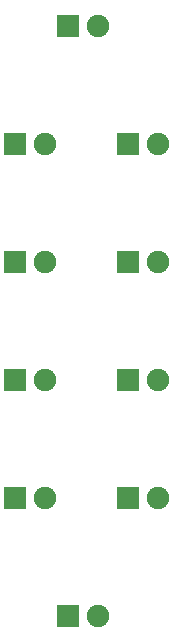
<source format=gbr>
%TF.GenerationSoftware,KiCad,Pcbnew,5.1.6-c6e7f7d~87~ubuntu18.04.1*%
%TF.CreationDate,2020-09-02T23:38:36+02:00*%
%TF.ProjectId,7segment,37736567-6d65-46e7-942e-6b696361645f,rev?*%
%TF.SameCoordinates,Original*%
%TF.FileFunction,Soldermask,Top*%
%TF.FilePolarity,Negative*%
%FSLAX46Y46*%
G04 Gerber Fmt 4.6, Leading zero omitted, Abs format (unit mm)*
G04 Created by KiCad (PCBNEW 5.1.6-c6e7f7d~87~ubuntu18.04.1) date 2020-09-02 23:38:36*
%MOMM*%
%LPD*%
G01*
G04 APERTURE LIST*
%ADD10R,1.900000X1.900000*%
%ADD11C,1.900000*%
G04 APERTURE END LIST*
D10*
%TO.C,D1*%
X141000000Y-35000000D03*
D11*
X143540000Y-35000000D03*
%TD*%
%TO.C,D2*%
X139040000Y-45000000D03*
D10*
X136500000Y-45000000D03*
%TD*%
%TO.C,D3*%
X146000000Y-45000000D03*
D11*
X148540000Y-45000000D03*
%TD*%
%TO.C,D4*%
X139040000Y-75000000D03*
D10*
X136500000Y-75000000D03*
%TD*%
%TO.C,D5*%
X136500000Y-55000000D03*
D11*
X139040000Y-55000000D03*
%TD*%
%TO.C,D6*%
X139040000Y-65000000D03*
D10*
X136500000Y-65000000D03*
%TD*%
%TO.C,D7*%
X146000000Y-75000000D03*
D11*
X148540000Y-75000000D03*
%TD*%
%TO.C,D8*%
X148540000Y-65000000D03*
D10*
X146000000Y-65000000D03*
%TD*%
%TO.C,D9*%
X146000000Y-55000000D03*
D11*
X148540000Y-55000000D03*
%TD*%
%TO.C,D10*%
X143540000Y-85000000D03*
D10*
X141000000Y-85000000D03*
%TD*%
M02*

</source>
